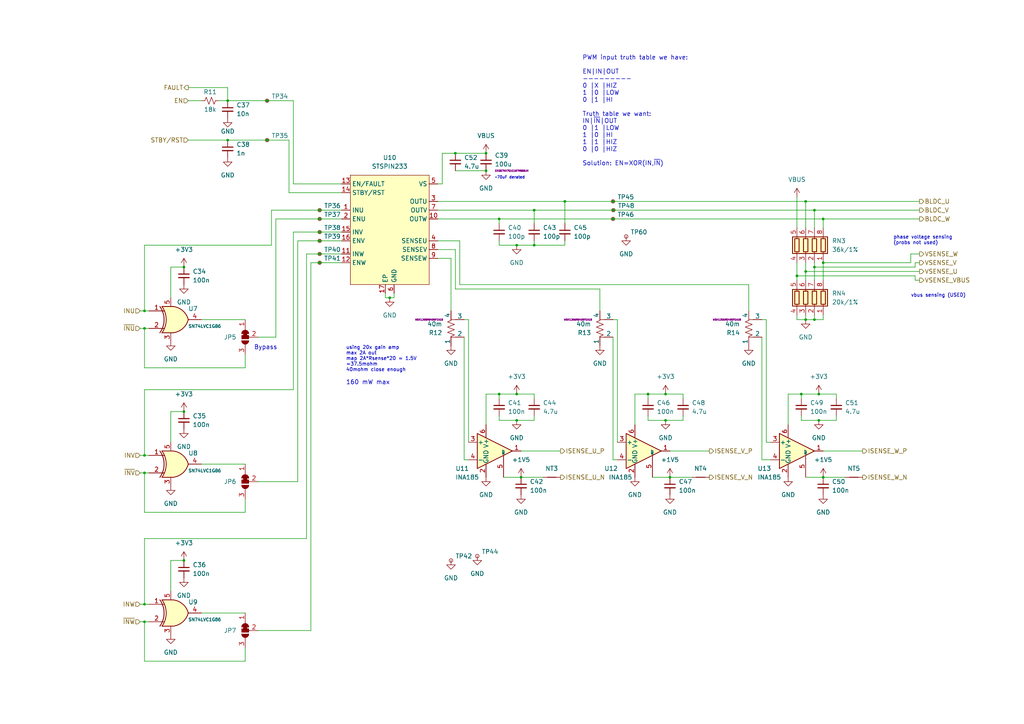
<source format=kicad_sch>
(kicad_sch (version 20220103) (generator eeschema)
  (paper "A4")
  (lib_symbols
    (symbol "Connector:TestPoint_Small" (pin_numbers hide) (pin_names (offset 0.762) hide)
      (property "Reference" "TP" (at 0 3.81 0))
      (property "Value" "TestPoint_Small" (at 0 2.032 0))
      (symbol "TestPoint_Small_0_1"
        (circle (center 0 0) (radius 0.508))
      )
      (symbol "TestPoint_Small_1_1"
        (pin passive line (at 0 0 90) (length 0) (name "1") (number "1"))
      )
    )
    (symbol "Device:C_Small" (pin_numbers hide) (pin_names (offset 0.254) hide)
      (property "Reference" "C" (at 0.254 1.778 0))
      (property "Value" "C_Small" (at 0.254 -2.032 0))
      (symbol "C_Small_0_1"
        (polyline (pts (xy -1.524 -0.508) (xy 1.524 -0.508)) (stroke (width 0.3302)))
        (polyline (pts (xy -1.524 0.508) (xy 1.524 0.508)) (stroke (width 0.3048)))
      )
      (symbol "C_Small_1_1"
        (pin passive line (at 0 2.54 270) (length 2.032) (name "~") (number "1"))
        (pin passive line (at 0 -2.54 90) (length 2.032) (name "~") (number "2"))
      )
    )
    (symbol "Device:NetTie_2" (pin_numbers hide) (pin_names (offset 0) hide)
      (property "Reference" "NT" (at 0 1.27 0))
      (property "Value" "NetTie_2" (at 0 -1.27 0))
      (symbol "NetTie_2_0_1"
        (polyline (pts (xy -1.27 0) (xy 1.27 0)) (stroke (width 0.254)))
      )
      (symbol "NetTie_2_1_1"
        (pin passive line (at -2.54 0 0) (length 2.54) (name "1") (number "1"))
        (pin passive line (at 2.54 0 180) (length 2.54) (name "2") (number "2"))
      )
    )
    (symbol "Device:R_Pack04" (pin_names (offset 0) hide)
      (property "Reference" "RN" (at -7.62 0 90))
      (property "Value" "R_Pack04" (at 5.08 0 90))
      (symbol "R_Pack04_0_1"
        (rectangle (start -6.35 -2.413) (end 3.81 2.413) (stroke (width 0.254)) (fill (type background)))
        (rectangle (start -5.715 1.905) (end -4.445 -1.905) (stroke (width 0.254)))
        (rectangle (start -3.175 1.905) (end -1.905 -1.905) (stroke (width 0.254)))
        (rectangle (start -0.635 1.905) (end 0.635 -1.905) (stroke (width 0.254)))
        (polyline (pts (xy -5.08 -2.54) (xy -5.08 -1.905)))
        (polyline (pts (xy -5.08 1.905) (xy -5.08 2.54)))
        (polyline (pts (xy -2.54 -2.54) (xy -2.54 -1.905)))
        (polyline (pts (xy -2.54 1.905) (xy -2.54 2.54)))
        (polyline (pts (xy 0 -2.54) (xy 0 -1.905)))
        (polyline (pts (xy 0 1.905) (xy 0 2.54)))
        (polyline (pts (xy 2.54 -2.54) (xy 2.54 -1.905)))
        (polyline (pts (xy 2.54 1.905) (xy 2.54 2.54)))
        (rectangle (start 1.905 1.905) (end 3.175 -1.905) (stroke (width 0.254)))
      )
      (symbol "R_Pack04_1_1"
        (pin passive line (at -5.08 -5.08 90) (length 2.54) (name "R1.1") (number "1"))
        (pin passive line (at -2.54 -5.08 90) (length 2.54) (name "R2.1") (number "2"))
        (pin passive line (at 0 -5.08 90) (length 2.54) (name "R3.1") (number "3"))
        (pin passive line (at 2.54 -5.08 90) (length 2.54) (name "R4.1") (number "4"))
        (pin passive line (at 2.54 5.08 270) (length 2.54) (name "R4.2") (number "5"))
        (pin passive line (at 0 5.08 270) (length 2.54) (name "R3.2") (number "6"))
        (pin passive line (at -2.54 5.08 270) (length 2.54) (name "R2.2") (number "7"))
        (pin passive line (at -5.08 5.08 270) (length 2.54) (name "R1.2") (number "8"))
      )
    )
    (symbol "Device:R_Shunt_US" (pin_numbers hide) (pin_names (offset 0))
      (property "Reference" "R" (at -5.08 0 90))
      (property "Value" "R_Shunt_US" (at -3.048 0 90))
      (symbol "R_Shunt_US_1_1"
        (polyline (pts (xy 0 -2.54) (xy 1.27 -2.54)))
        (polyline (pts (xy 0 -2.286) (xy 0 -2.54)))
        (polyline (pts (xy 0 2.286) (xy 0 2.54)))
        (polyline (pts (xy 1.27 2.54) (xy 0 2.54)))
        (polyline (pts (xy 0 -0.762) (xy 1.016 -1.143) (xy 0 -1.524) (xy -1.016 -1.905) (xy 0 -2.286)))
        (polyline (pts (xy 0 0.762) (xy 1.016 0.381) (xy 0 0) (xy -1.016 -0.381) (xy 0 -0.762)))
        (polyline (pts (xy 0 2.286) (xy 1.016 1.905) (xy 0 1.524) (xy -1.016 1.143) (xy 0 0.762)))
        (pin passive line (at 0 5.08 270) (length 2.54) (name "1") (number "1"))
        (pin passive line (at 3.81 2.54 180) (length 2.54) (name "2") (number "2"))
        (pin passive line (at 3.81 -2.54 180) (length 2.54) (name "3") (number "3"))
        (pin passive line (at 0 -5.08 90) (length 2.54) (name "4") (number "4"))
      )
    )
    (symbol "Device:R_Small_US" (pin_numbers hide) (pin_names (offset 0.254) hide)
      (property "Reference" "R" (at 0.762 0.508 0))
      (property "Value" "R_Small_US" (at 0.762 -1.016 0))
      (symbol "R_Small_US_1_1"
        (polyline (pts (xy 0 0) (xy 1.016 -0.381) (xy 0 -0.762) (xy -1.016 -1.143) (xy 0 -1.524)))
        (polyline (pts (xy 0 1.524) (xy 1.016 1.143) (xy 0 0.762) (xy -1.016 0.381) (xy 0 0)))
        (pin passive line (at 0 2.54 270) (length 1.016) (name "~") (number "1"))
        (pin passive line (at 0 -2.54 90) (length 1.016) (name "~") (number "2"))
      )
    )
    (symbol "Jumper:SolderJumper_3_Bridged12" (pin_names (offset 0) hide)
      (property "Reference" "JP" (at -2.54 -2.54 0))
      (property "Value" "SolderJumper_3_Bridged12" (at 0 2.794 0))
      (symbol "SolderJumper_3_Bridged12_0_1"
        (rectangle (start -1.016 0.508) (end -0.508 -0.508) (fill (type outline)))
        (arc (start -1.016 1.016) (mid -2.032 0) (end -1.016 -1.016))
        (arc (start -1.016 1.016) (mid -2.032 0) (end -1.016 -1.016) (fill (type outline)))
        (rectangle (start -0.508 1.016) (end 0.508 -1.016) (fill (type outline)))
        (polyline (pts (xy -2.54 0) (xy -2.032 0)))
        (polyline (pts (xy -1.016 1.016) (xy -1.016 -1.016)))
        (polyline (pts (xy 0 -1.27) (xy 0 -1.016)))
        (polyline (pts (xy 1.016 1.016) (xy 1.016 -1.016)))
        (polyline (pts (xy 2.54 0) (xy 2.032 0)))
        (arc (start 1.016 -1.016) (mid 2.032 0) (end 1.016 1.016))
        (arc (start 1.016 -1.016) (mid 2.032 0) (end 1.016 1.016) (fill (type outline)))
      )
      (symbol "SolderJumper_3_Bridged12_1_1"
        (pin passive line (at -5.08 0 0) (length 2.54) (name "A") (number "1"))
        (pin input line (at 0 -3.81 90) (length 2.54) (name "C") (number "2"))
        (pin passive line (at 5.08 0 180) (length 2.54) (name "B") (number "3"))
      )
    )
    (symbol "power:+1V5" (power) (pin_names (offset 0))
      (property "Value" "+1V5" (at 0 3.556 0))
      (symbol "+1V5_0_1"
        (polyline (pts (xy -0.762 1.27) (xy 0 2.54)))
        (polyline (pts (xy 0 0) (xy 0 2.54)))
        (polyline (pts (xy 0 2.54) (xy 0.762 1.27)))
      )
      (symbol "+1V5_1_1"
        (pin power_in line (at 0 0 90) (length 0) hide (name "+1V5") (number "1"))
      )
    )
    (symbol "power:+3V3" (power) (pin_names (offset 0))
      (property "Value" "+3V3" (at 0 3.556 0))
      (symbol "+3V3_0_1"
        (polyline (pts (xy -0.762 1.27) (xy 0 2.54)))
        (polyline (pts (xy 0 0) (xy 0 2.54)))
        (polyline (pts (xy 0 2.54) (xy 0.762 1.27)))
      )
      (symbol "+3V3_1_1"
        (pin power_in line (at 0 0 90) (length 0) hide (name "+3V3") (number "1"))
      )
    )
    (symbol "power:GND" (power) (pin_names (offset 0))
      (property "Value" "GND" (at 0 -3.81 0))
      (symbol "GND_0_1"
        (polyline (pts (xy 0 0) (xy 0 -1.27) (xy 1.27 -1.27) (xy 0 -2.54) (xy -1.27 -1.27) (xy 0 -1.27)))
      )
      (symbol "GND_1_1"
        (pin power_in line (at 0 0 270) (length 0) hide (name "GND") (number "1"))
      )
    )
    (symbol "power:VBUS" (power) (pin_names (offset 0))
      (property "Value" "VBUS" (at 0 3.81 0))
      (symbol "VBUS_0_1"
        (polyline (pts (xy -0.762 1.27) (xy 0 2.54)))
        (polyline (pts (xy 0 0) (xy 0 2.54)))
        (polyline (pts (xy 0 2.54) (xy 0.762 1.27)))
      )
      (symbol "VBUS_1_1"
        (pin power_in line (at 0 0 90) (length 0) hide (name "VBUS") (number "1"))
      )
    )
    (symbol "project-lib:INA185" (pin_names (offset 0.127))
      (property "Reference" "U" (at 2.54 3.81 0))
      (property "Value" "INA185" (at 3.81 -2.54 0))
      (symbol "INA185_0_1"
        (polyline (pts (xy 5.08 0) (xy -5.08 5.08) (xy -5.08 -5.08) (xy 5.08 0)) (stroke (width 0.254)) (fill (type background)))
      )
      (symbol "INA185_1_1"
        (pin output line (at 7.62 0 180) (length 2.54) (name "~") (number "1"))
        (pin power_in line (at -2.54 -7.62 90) (length 3.81) (name "GND") (number "2"))
        (pin input line (at -7.62 2.54 0) (length 2.54) (name "+") (number "3"))
        (pin input line (at -7.62 -2.54 0) (length 2.54) (name "-") (number "4"))
        (pin input line (at 2.54 -7.62 90) (length 6.35) (name "REF") (number "5"))
        (pin power_in line (at -2.54 7.62 270) (length 3.81) (name "V+") (number "6"))
      )
    )
    (symbol "project-lib:SN74LVC1G86" (pin_names (offset 1.016))
      (property "Reference" "U" (at 5.08 -2.54 0))
      (property "Value" "SN74LVC1G86" (at 8.89 -5.08 0))
      (symbol "SN74LVC1G86_1_0"
        (arc (start -4.4196 -3.81) (mid -3.2033 0) (end -4.4196 3.81) (stroke (width 0.254)))
        (arc (start -3.81 -3.81) (mid -2.589 0) (end -3.81 3.81) (stroke (width 0.254)))
        (arc (start -0.6096 -3.81) (mid 2.1855 -2.584) (end 3.81 0) (stroke (width 0.254)) (fill (type background)))
        (polyline (pts (xy -3.81 -3.81) (xy -0.635 -3.81)) (stroke (width 0.254)) (fill (type background)))
        (polyline (pts (xy -3.81 3.81) (xy -0.635 3.81)) (stroke (width 0.254)) (fill (type background)))
        (polyline (pts (xy -0.635 3.81) (xy -3.81 3.81) (xy -3.81 3.81) (xy -3.556 3.4036) (xy -3.0226 2.2606) (xy -2.6924 1.0414) (xy -2.6162 -0.254) (xy -2.7686 -1.4986) (xy -3.175 -2.7178) (xy -3.81 -3.81) (xy -3.81 -3.81) (xy -0.635 -3.81)) (stroke (width -25.4)) (fill (type background)))
        (arc (start 3.81 0) (mid 2.1928 2.5925) (end -0.6096 3.81) (stroke (width 0.254)) (fill (type background)))
        (pin input line (at -7.62 2.54 0) (length 4.445) (name "~") (number "1"))
        (pin input line (at -7.62 -2.54 0) (length 4.445) (name "~") (number "2"))
        (pin power_in line (at -1.27 -6.35 90) (length 2.54) (name "") (number "3"))
        (pin output line (at 7.62 0 180) (length 3.81) (name "~") (number "4"))
        (pin power_in line (at -1.27 6.35 270) (length 2.54) (name "") (number "5"))
      )
      (symbol "SN74LVC1G86_1_1"
        (polyline (pts (xy -3.81 -2.54) (xy -3.175 -2.54)) (stroke (width 0.1524)))
        (polyline (pts (xy -3.81 2.54) (xy -3.175 2.54)) (stroke (width 0.1524)))
      )
    )
    (symbol "project-lib:STSPIN233"
      (property "Reference" "U" (at 3.81 11.43 0))
      (property "Value" "STSPIN233" (at 3.81 8.89 0))
      (symbol "STSPIN233_0_0"
        (pin power_out line (at 19.05 -5.08 180) (length 2.54) (name "OUTW") (number "10"))
        (pin input line (at -8.89 -15.24 0) (length 2.54) (name "INW") (number "11"))
        (pin input line (at -8.89 -17.78 0) (length 2.54) (name "ENW") (number "12"))
        (pin bidirectional line (at -8.89 5.08 0) (length 2.54) (name "EN/FAULT") (number "13"))
        (pin input line (at -8.89 2.54 0) (length 2.54) (name "STBY/RST") (number "14"))
        (pin input line (at -8.89 -8.89 0) (length 2.54) (name "INV") (number "15"))
        (pin input line (at -8.89 -11.43 0) (length 2.54) (name "ENV") (number "16"))
        (pin power_in line (at 3.81 -26.67 90) (length 2.54) (name "EP") (number "17"))
        (pin input line (at -8.89 -5.08 0) (length 2.54) (name "ENU") (number "2"))
        (pin power_out line (at 19.05 0 180) (length 2.54) (name "OUTU") (number "3"))
        (pin power_out line (at 19.05 -11.43 180) (length 2.54) (name "SENSEU") (number "4"))
        (pin power_in line (at 19.05 5.08 180) (length 2.54) (name "VS") (number "5"))
        (pin power_in line (at 6.35 -26.67 90) (length 2.54) (name "GND") (number "6"))
        (pin power_out line (at 19.05 -2.54 180) (length 2.54) (name "OUTV") (number "7"))
        (pin power_out line (at 19.05 -13.97 180) (length 2.54) (name "SENSEV") (number "8"))
        (pin power_out line (at 19.05 -16.51 180) (length 2.54) (name "SENSEW") (number "9"))
      )
      (symbol "STSPIN233_0_1"
        (rectangle (start -6.35 7.62) (end 16.51 -24.13) (stroke (width 0.1524)) (fill (type background)))
      )
      (symbol "STSPIN233_1_1"
        (pin input line (at -8.89 -2.54 0) (length 2.54) (name "INU") (number "1"))
      )
    )
  )
  (junction (at 92.71 73.66) (diameter 0.6096))
  (junction (at 194.31 138.43) (diameter 0.6096))
  (junction (at 92.71 60.96) (diameter 0.6096))
  (junction (at 154.94 71.12) (diameter 0.6096))
  (junction (at 149.86 121.92) (diameter 0.6096))
  (junction (at 41.91 95.25) (diameter 0.6096))
  (junction (at 92.71 67.31) (diameter 0.6096))
  (junction (at 53.34 119.38) (diameter 0.6096))
  (junction (at 177.8 58.42) (diameter 0.6096))
  (junction (at 77.47 29.21) (diameter 0.6096))
  (junction (at 233.68 78.74) (diameter 0.6096))
  (junction (at 149.86 71.12) (diameter 0.6096))
  (junction (at 132.08 44.45) (diameter 0.6096))
  (junction (at 113.03 86.36) (diameter 0.6096))
  (junction (at 66.04 40.64) (diameter 0.6096))
  (junction (at 238.76 138.43) (diameter 0.6096))
  (junction (at 140.97 49.53) (diameter 0.6096))
  (junction (at 41.91 90.17) (diameter 0.6096))
  (junction (at 187.96 114.3) (diameter 0.6096))
  (junction (at 77.47 40.64) (diameter 0.6096))
  (junction (at 233.68 58.42) (diameter 0.6096))
  (junction (at 41.91 180.34) (diameter 0.6096))
  (junction (at 92.71 69.85) (diameter 0.6096))
  (junction (at 193.04 114.3) (diameter 0.6096))
  (junction (at 177.8 63.5) (diameter 0.6096))
  (junction (at 231.14 80.01) (diameter 0.6096))
  (junction (at 193.04 121.92) (diameter 0.6096))
  (junction (at 237.49 114.3) (diameter 0.6096))
  (junction (at 232.41 114.3) (diameter 0.6096))
  (junction (at 177.9092 60.96) (diameter 0.6096))
  (junction (at 233.68 92.71) (diameter 0.6096))
  (junction (at 53.34 162.56) (diameter 0.6096))
  (junction (at 237.49 121.92) (diameter 0.6096))
  (junction (at 66.04 29.21) (diameter 0.6096))
  (junction (at 53.34 77.47) (diameter 0.6096))
  (junction (at 144.78 114.3) (diameter 0.6096))
  (junction (at 41.91 137.16) (diameter 0.6096))
  (junction (at 140.97 44.45) (diameter 0.6096))
  (junction (at 41.91 132.08) (diameter 0.6096))
  (junction (at 236.22 60.96) (diameter 0.6096))
  (junction (at 151.13 138.43) (diameter 0.6096))
  (junction (at 41.91 175.26) (diameter 0.6096))
  (junction (at 92.71 76.2) (diameter 0.6096))
  (junction (at 149.86 114.3) (diameter 0.6096))
  (junction (at 238.76 76.2) (diameter 0.6096))
  (junction (at 154.94 60.96) (diameter 0.6096))
  (junction (at 236.22 77.47) (diameter 0.6096))
  (junction (at 92.71 63.5) (diameter 0.6096))
  (junction (at 144.78 63.5) (diameter 0.6096))
  (junction (at 163.83 58.42) (diameter 0.6096))
  (junction (at 236.22 92.71) (diameter 0.6096))
  (junction (at 238.76 63.5) (diameter 0.6096))
  (wire (pts (xy 265.43 80.01) (xy 265.43 81.28)))
  (wire (pts (xy 265.43 81.28) (xy 266.7 81.28)))
  (wire (pts (xy 198.12 115.57) (xy 198.12 114.3)))
  (wire (pts (xy 177.8 133.35) (xy 179.07 133.35)))
  (wire (pts (xy 177.8 97.79) (xy 177.8 133.35)))
  (wire (pts (xy 40.64 137.16) (xy 41.91 137.16)))
  (wire (pts (xy 41.91 137.16) (xy 43.18 137.16)))
  (wire (pts (xy 232.41 120.65) (xy 232.41 121.92)))
  (wire (pts (xy 236.22 76.2) (xy 236.22 77.47)))
  (wire (pts (xy 236.22 77.47) (xy 265.43 77.47)))
  (wire (pts (xy 238.76 138.43) (xy 245.11 138.43)))
  (wire (pts (xy 233.68 78.74) (xy 233.68 81.28)))
  (wire (pts (xy 144.78 71.12) (xy 149.86 71.12)))
  (wire (pts (xy 144.78 120.65) (xy 144.78 121.92)))
  (wire (pts (xy 71.12 187.96) (xy 71.12 191.77)))
  (wire (pts (xy 134.62 133.35) (xy 135.89 133.35)))
  (wire (pts (xy 187.96 121.92) (xy 193.04 121.92)))
  (wire (pts (xy 58.42 92.71) (xy 71.12 92.71)))
  (wire (pts (xy 49.53 119.38) (xy 49.53 128.27)))
  (wire (pts (xy 232.41 121.92) (xy 237.49 121.92)))
  (wire (pts (xy 66.04 40.64) (xy 54.61 40.64)))
  (wire (pts (xy 146.05 138.43) (xy 151.13 138.43)))
  (wire (pts (xy 163.83 58.42) (xy 163.83 64.77)))
  (wire (pts (xy 140.97 114.3) (xy 140.97 123.19)))
  (wire (pts (xy 198.12 114.3) (xy 193.04 114.3)))
  (wire (pts (xy 231.14 92.71) (xy 231.14 91.44)))
  (wire (pts (xy 233.68 92.71) (xy 231.14 92.71)))
  (wire (pts (xy 233.68 92.71) (xy 236.22 92.71)))
  (wire (pts (xy 236.22 92.71) (xy 236.22 91.44)))
  (wire (pts (xy 189.23 138.43) (xy 194.31 138.43)))
  (wire (pts (xy 80.01 63.5) (xy 80.01 97.79)))
  (wire (pts (xy 80.01 63.5) (xy 92.71 63.5)))
  (wire (pts (xy 92.71 63.5) (xy 99.06 63.5)))
  (wire (pts (xy 233.68 58.42) (xy 233.68 66.04)))
  (wire (pts (xy 222.25 128.27) (xy 223.52 128.27)))
  (wire (pts (xy 66.04 25.4) (xy 66.04 29.21)))
  (wire (pts (xy 54.61 25.4) (xy 66.04 25.4)))
  (wire (pts (xy 233.68 91.44) (xy 233.68 92.71)))
  (wire (pts (xy 151.13 138.43) (xy 157.48 138.43)))
  (wire (pts (xy 236.22 92.71) (xy 238.76 92.71)))
  (wire (pts (xy 238.76 92.71) (xy 238.76 91.44)))
  (wire (pts (xy 127 69.85) (xy 133.35 69.85)))
  (wire (pts (xy 133.35 69.85) (xy 133.35 82.55)))
  (wire (pts (xy 133.35 82.55) (xy 217.17 82.55)))
  (wire (pts (xy 217.17 82.55) (xy 217.17 90.17)))
  (wire (pts (xy 78.74 60.96) (xy 92.71 60.96)))
  (wire (pts (xy 78.74 71.12) (xy 78.74 60.96)))
  (wire (pts (xy 92.71 60.96) (xy 99.06 60.96)))
  (wire (pts (xy 238.76 76.2) (xy 238.76 81.28)))
  (wire (pts (xy 83.82 55.88) (xy 83.82 40.64)))
  (wire (pts (xy 99.06 55.88) (xy 83.82 55.88)))
  (wire (pts (xy 232.41 114.3) (xy 232.41 115.57)))
  (wire (pts (xy 140.97 114.3) (xy 144.78 114.3)))
  (wire (pts (xy 135.89 92.71) (xy 134.62 92.71)))
  (wire (pts (xy 135.89 128.27) (xy 135.89 92.71)))
  (wire (pts (xy 154.94 115.57) (xy 154.94 114.3)))
  (wire (pts (xy 74.93 182.88) (xy 90.17 182.88)))
  (wire (pts (xy 127 72.39) (xy 132.08 72.39)))
  (wire (pts (xy 132.08 72.39) (xy 132.08 83.82)))
  (wire (pts (xy 132.08 83.82) (xy 173.99 83.82)))
  (wire (pts (xy 173.99 83.82) (xy 173.99 90.17)))
  (wire (pts (xy 127 58.42) (xy 163.83 58.42)))
  (wire (pts (xy 163.83 58.42) (xy 177.8 58.42)))
  (wire (pts (xy 177.8 58.42) (xy 233.68 58.42)))
  (wire (pts (xy 233.68 58.42) (xy 266.7 58.42)))
  (wire (pts (xy 127 74.93) (xy 130.81 74.93)))
  (wire (pts (xy 130.81 74.93) (xy 130.81 90.17)))
  (wire (pts (xy 184.15 114.3) (xy 184.15 123.19)))
  (wire (pts (xy 242.57 121.92) (xy 242.57 120.65)))
  (wire (pts (xy 144.78 63.5) (xy 144.78 64.77)))
  (wire (pts (xy 74.93 139.7) (xy 86.36 139.7)))
  (wire (pts (xy 228.6 114.3) (xy 228.6 123.19)))
  (wire (pts (xy 41.91 113.03) (xy 85.09 113.03)))
  (wire (pts (xy 41.91 132.08) (xy 41.91 113.03)))
  (wire (pts (xy 85.09 67.31) (xy 92.71 67.31)))
  (wire (pts (xy 85.09 113.03) (xy 85.09 67.31)))
  (wire (pts (xy 92.71 67.31) (xy 99.06 67.31)))
  (wire (pts (xy 144.78 114.3) (xy 144.78 115.57)))
  (wire (pts (xy 228.6 114.3) (xy 232.41 114.3)))
  (wire (pts (xy 238.76 130.81) (xy 250.19 130.81)))
  (wire (pts (xy 236.22 77.47) (xy 236.22 81.28)))
  (wire (pts (xy 194.31 130.81) (xy 205.74 130.81)))
  (wire (pts (xy 132.08 44.45) (xy 128.27 44.45)))
  (wire (pts (xy 132.08 44.45) (xy 140.97 44.45)))
  (wire (pts (xy 198.12 121.92) (xy 198.12 120.65)))
  (wire (pts (xy 127 63.5) (xy 144.78 63.5)))
  (wire (pts (xy 144.78 63.5) (xy 177.8 63.5)))
  (wire (pts (xy 177.8 63.5) (xy 238.76 63.5)))
  (wire (pts (xy 238.76 63.5) (xy 266.7 63.5)))
  (wire (pts (xy 49.53 162.56) (xy 49.53 171.45)))
  (wire (pts (xy 194.31 138.43) (xy 200.66 138.43)))
  (wire (pts (xy 128.27 44.45) (xy 128.27 53.34)))
  (wire (pts (xy 154.94 121.92) (xy 154.94 120.65)))
  (wire (pts (xy 184.15 114.3) (xy 187.96 114.3)))
  (wire (pts (xy 238.76 63.5) (xy 238.76 66.04)))
  (wire (pts (xy 236.22 60.96) (xy 236.22 66.04)))
  (wire (pts (xy 220.98 97.79) (xy 220.98 133.35)))
  (wire (pts (xy 220.98 133.35) (xy 223.52 133.35)))
  (wire (pts (xy 231.14 76.2) (xy 231.14 80.01)))
  (wire (pts (xy 231.14 80.01) (xy 265.43 80.01)))
  (wire (pts (xy 127 60.96) (xy 154.94 60.96)))
  (wire (pts (xy 154.94 60.96) (xy 177.9092 60.96)))
  (wire (pts (xy 177.9092 60.96) (xy 236.22 60.96)))
  (wire (pts (xy 236.22 60.96) (xy 266.7 60.96)))
  (wire (pts (xy 74.93 97.79) (xy 80.01 97.79)))
  (wire (pts (xy 163.83 69.85) (xy 163.83 71.12)))
  (wire (pts (xy 163.83 71.12) (xy 154.94 71.12)))
  (wire (pts (xy 54.61 29.21) (xy 58.42 29.21)))
  (wire (pts (xy 222.25 92.71) (xy 220.98 92.71)))
  (wire (pts (xy 222.25 128.27) (xy 222.25 92.71)))
  (wire (pts (xy 63.5 29.21) (xy 66.04 29.21)))
  (wire (pts (xy 237.49 114.3) (xy 232.41 114.3)))
  (wire (pts (xy 231.14 57.15) (xy 231.14 66.04)))
  (wire (pts (xy 41.91 71.12) (xy 78.74 71.12)))
  (wire (pts (xy 41.91 90.17) (xy 41.91 71.12)))
  (wire (pts (xy 40.64 175.26) (xy 41.91 175.26)))
  (wire (pts (xy 41.91 175.26) (xy 43.18 175.26)))
  (wire (pts (xy 132.08 49.53) (xy 140.97 49.53)))
  (wire (pts (xy 41.91 95.25) (xy 41.91 106.68)))
  (wire (pts (xy 41.91 106.68) (xy 71.12 106.68)))
  (wire (pts (xy 71.12 106.68) (xy 71.12 102.87)))
  (wire (pts (xy 179.07 92.71) (xy 177.8 92.71)))
  (wire (pts (xy 179.07 128.27) (xy 179.07 92.71)))
  (wire (pts (xy 53.34 119.38) (xy 49.53 119.38)))
  (wire (pts (xy 58.42 177.8) (xy 71.12 177.8)))
  (wire (pts (xy 193.04 121.92) (xy 198.12 121.92)))
  (wire (pts (xy 134.62 97.79) (xy 134.62 133.35)))
  (wire (pts (xy 233.68 138.43) (xy 238.76 138.43)))
  (wire (pts (xy 237.49 121.92) (xy 242.57 121.92)))
  (wire (pts (xy 187.96 114.3) (xy 187.96 115.57)))
  (wire (pts (xy 154.94 114.3) (xy 149.86 114.3)))
  (wire (pts (xy 233.68 76.2) (xy 233.68 78.74)))
  (wire (pts (xy 233.68 78.74) (xy 266.7 78.74)))
  (wire (pts (xy 41.91 137.16) (xy 41.91 148.59)))
  (wire (pts (xy 41.91 148.59) (xy 71.12 148.59)))
  (wire (pts (xy 71.12 148.59) (xy 71.12 144.78)))
  (wire (pts (xy 242.57 114.3) (xy 237.49 114.3)))
  (wire (pts (xy 41.91 156.21) (xy 88.9 156.21)))
  (wire (pts (xy 41.91 175.26) (xy 41.91 156.21)))
  (wire (pts (xy 88.9 73.66) (xy 92.71 73.66)))
  (wire (pts (xy 88.9 156.21) (xy 88.9 73.66)))
  (wire (pts (xy 92.71 73.66) (xy 99.06 73.66)))
  (wire (pts (xy 77.47 29.21) (xy 66.04 29.21)))
  (wire (pts (xy 85.09 29.21) (xy 77.47 29.21)))
  (wire (pts (xy 85.09 53.34) (xy 85.09 29.21)))
  (wire (pts (xy 99.06 53.34) (xy 85.09 53.34)))
  (wire (pts (xy 265.43 76.2) (xy 266.7 76.2)))
  (wire (pts (xy 265.43 77.47) (xy 265.43 76.2)))
  (wire (pts (xy 49.53 77.47) (xy 49.53 86.36)))
  (wire (pts (xy 53.34 77.47) (xy 49.53 77.47)))
  (wire (pts (xy 144.78 69.85) (xy 144.78 71.12)))
  (wire (pts (xy 151.13 130.81) (xy 162.56 130.81)))
  (wire (pts (xy 41.91 180.34) (xy 41.91 191.77)))
  (wire (pts (xy 41.91 191.77) (xy 71.12 191.77)))
  (wire (pts (xy 113.03 86.36) (xy 114.3 86.36)))
  (wire (pts (xy 114.3 86.36) (xy 114.3 85.09)))
  (wire (pts (xy 127 53.34) (xy 128.27 53.34)))
  (wire (pts (xy 58.42 134.62) (xy 71.12 134.62)))
  (wire (pts (xy 86.36 69.85) (xy 86.36 139.7)))
  (wire (pts (xy 86.36 69.85) (xy 92.71 69.85)))
  (wire (pts (xy 92.71 69.85) (xy 99.06 69.85)))
  (wire (pts (xy 40.64 180.34) (xy 41.91 180.34)))
  (wire (pts (xy 41.91 180.34) (xy 43.18 180.34)))
  (wire (pts (xy 90.17 76.2) (xy 90.17 182.88)))
  (wire (pts (xy 90.17 76.2) (xy 92.71 76.2)))
  (wire (pts (xy 92.71 76.2) (xy 99.06 76.2)))
  (wire (pts (xy 111.76 86.36) (xy 111.76 85.09)))
  (wire (pts (xy 113.03 86.36) (xy 111.76 86.36)))
  (wire (pts (xy 149.86 114.3) (xy 144.78 114.3)))
  (wire (pts (xy 193.04 114.3) (xy 187.96 114.3)))
  (wire (pts (xy 154.94 71.12) (xy 154.94 69.85)))
  (wire (pts (xy 238.76 76.2) (xy 264.16 76.2)))
  (wire (pts (xy 264.16 73.66) (xy 266.7 73.66)))
  (wire (pts (xy 264.16 76.2) (xy 264.16 73.66)))
  (wire (pts (xy 231.14 80.01) (xy 231.14 81.28)))
  (wire (pts (xy 149.86 121.92) (xy 154.94 121.92)))
  (wire (pts (xy 53.34 162.56) (xy 49.53 162.56)))
  (wire (pts (xy 144.78 121.92) (xy 149.86 121.92)))
  (wire (pts (xy 40.64 95.25) (xy 41.91 95.25)))
  (wire (pts (xy 41.91 95.25) (xy 43.18 95.25)))
  (wire (pts (xy 40.64 132.08) (xy 41.91 132.08)))
  (wire (pts (xy 41.91 132.08) (xy 43.18 132.08)))
  (wire (pts (xy 149.86 71.12) (xy 154.94 71.12)))
  (wire (pts (xy 66.04 40.64) (xy 77.47 40.64)))
  (wire (pts (xy 77.47 40.64) (xy 83.82 40.64)))
  (wire (pts (xy 154.94 60.96) (xy 154.94 64.77)))
  (wire (pts (xy 187.96 120.65) (xy 187.96 121.92)))
  (wire (pts (xy 40.64 90.17) (xy 41.91 90.17)))
  (wire (pts (xy 41.91 90.17) (xy 43.18 90.17)))
  (wire (pts (xy 242.57 115.57) (xy 242.57 114.3)))
  (text "~70uF derated" (at 143.51 52.07 0) (effects (font (size 0.8 0.8)) (justify left bottom)))
  (text "using 20x gain amp\nmax 2A out\nmap 2A*Rsense*20 = 1.5V\n=37.5mohm\n40mohm close enough" (at 100.33 107.95 0) (effects (font (size 1 1)) (justify left bottom)))
  (text "phase voltage sensing\n(probs not used)" (at 259.08 71.12 0) (effects (font (size 1 1)) (justify left bottom)))
  (text "vbus sensing (USED)" (at 264.16 86.36 0) (effects (font (size 1 1)) (justify left bottom)))
  (text "PWM input truth table we have:\n\nEN|IN|OUT\n---------\n0 |X |HIZ\n1 |0 |LOW\n0 |1 |HI\n\nTruth table we want:\nIN|~{IN}|OUT\n0 |1 |LOW\n1 |0 |HI\n1 |1 |HIZ\n0 |0 |HIZ\n\nSolution: EN=XOR(IN,~{IN})" (at 168.91 48.26 0) (effects (font (size 1.27 1.27)) (justify left bottom)))
  (text "160 mW max" (at 100.33 111.76 0) (effects (font (size 1.27 1.27)) (justify left bottom)))
  (text "Bypass" (at 73.66 101.6 0) (effects (font (size 1.27 1.27)) (justify left bottom)))
  (hierarchical_label "VSENSE_W" (shape output) (at 266.7 73.66 0))
  (hierarchical_label "~{INV}" (shape input) (at 40.64 137.16 180))
  (hierarchical_label "BLDC_V" (shape output) (at 266.7 60.96 0))
  (hierarchical_label "INW" (shape input) (at 40.64 175.26 180))
  (hierarchical_label "VSENSE_V" (shape output) (at 266.7 76.2 0))
  (hierarchical_label "EN" (shape input) (at 54.61 29.21 180))
  (hierarchical_label "VSENSE_VBUS" (shape output) (at 266.7 81.28 0))
  (hierarchical_label "ISENSE_V_N" (shape output) (at 205.74 138.43 0))
  (hierarchical_label "ISENSE_U_P" (shape output) (at 162.56 130.81 0))
  (hierarchical_label "ISENSE_W_N" (shape output) (at 250.19 138.43 0))
  (hierarchical_label "ISENSE_W_P" (shape output) (at 250.19 130.81 0))
  (hierarchical_label "VSENSE_U" (shape output) (at 266.7 78.74 0))
  (hierarchical_label "~{INW}" (shape input) (at 40.64 180.34 180))
  (hierarchical_label "INV" (shape input) (at 40.64 132.08 180))
  (hierarchical_label "BLDC_W" (shape output) (at 266.7 63.5 0))
  (hierarchical_label "~{INU}" (shape input) (at 40.64 95.25 180))
  (hierarchical_label "ISENSE_V_P" (shape output) (at 205.74 130.81 0))
  (hierarchical_label "FAULT" (shape output) (at 54.61 25.4 180))
  (hierarchical_label "ISENSE_U_N" (shape output) (at 162.56 138.43 0))
  (hierarchical_label "BLDC_U" (shape output) (at 266.7 58.42 0))
  (hierarchical_label "STBY{slash}RST" (shape input) (at 54.61 40.64 180))
  (hierarchical_label "INU" (shape input) (at 40.64 90.17 180))
  (symbol (lib_id "Connector:TestPoint_Small") (at 92.71 67.31 0) (unit 1)
    (property "Reference" "TP38" (at 93.98 66.0399 0) (effects (justify left)))
    (property "Value" "TestPoint" (effects hide))
    (property "Footprint" "project:TestPoint_Keystone_5019_Minature-3DMODEL" (effects hide))
  )
  (symbol (lib_id "Jumper:SolderJumper_3_Bridged12") (at 71.12 182.88 90) (mirror x) (unit 1)
    (property "Reference" "JP7" (at 68.58 182.8799 90) (effects (justify left)))
    (property "Value" "SolderJumper_3_Bridged12" (effects hide))
    (property "Footprint" "Jumper:SolderJumper-3_P1.3mm_Bridged12_Pad1.0x1.5mm" (effects hide))
  )
  (symbol (lib_id "Device:C_Small") (at 66.04 43.18 0) (unit 1)
    (property "Reference" "C38" (at 68.58 41.9099 0) (effects (justify left)))
    (property "Value" "1n" (at 68.58 44.4499 0) (effects (justify left)))
    (property "Footprint" "Capacitor_SMD:C_0603_1608Metric" (effects hide))
  )
  (symbol (lib_id "Jumper:SolderJumper_3_Bridged12") (at 71.12 97.79 90) (mirror x) (unit 1)
    (property "Reference" "JP5" (at 68.58 97.7899 90) (effects (justify left)))
    (property "Value" "SolderJumper_3_Bridged12" (effects hide))
    (property "Footprint" "Jumper:SolderJumper-3_P1.3mm_Bridged12_Pad1.0x1.5mm" (effects hide))
  )
  (symbol (lib_id "power:GND") (at 49.53 99.06 0) (unit 1)
    (property "Reference" "#PWR0167" (effects hide))
    (property "Value" "GND" (at 49.53 104.14 0))
  )
  (symbol (lib_id "power:GND") (at 140.97 138.43 0) (unit 1)
    (property "Reference" "#PWR0174" (effects hide))
    (property "Value" "GND" (at 140.97 143.51 0))
  )
  (symbol (lib_id "power:+3V3") (at 53.34 119.38 0) (unit 1)
    (property "Reference" "#PWR0164" (effects hide))
    (property "Value" "+3V3" (at 53.34 114.3 0))
  )
  (symbol (lib_id "project-lib:INA185") (at 143.51 130.81 0) (unit 1)
    (property "Reference" "U11" (at 132.08 135.8899 0) (effects (justify left)))
    (property "Value" "INA185" (at 132.08 138.4299 0) (effects (justify left)))
    (property "Footprint" "Package_TO_SOT_SMD:SOT-563" (effects hide))
  )
  (symbol (lib_id "Connector:TestPoint_Small") (at 92.71 76.2 0) (unit 1)
    (property "Reference" "TP41" (at 93.98 74.9299 0) (effects (justify left)))
    (property "Value" "TestPoint" (effects hide))
    (property "Footprint" "project:TestPoint_Keystone_5019_Minature-3DMODEL" (effects hide))
  )
  (symbol (lib_id "power:GND") (at 228.6 138.43 0) (unit 1)
    (property "Reference" "#PWR0185" (effects hide))
    (property "Value" "GND" (at 228.6 143.51 0))
  )
  (symbol (lib_id "Connector:TestPoint_Small") (at 181.61 68.58 0) (unit 1)
    (property "Reference" "TP60" (at 182.88 67.3099 0) (effects (justify left)))
    (property "Value" "TestPoint" (effects hide))
    (property "Footprint" "project:TestPoint_Keystone_5019_Minature-3DMODEL" (effects hide))
  )
  (symbol (lib_id "power:+3V3") (at 149.86 114.3 0) (unit 1)
    (property "Reference" "#PWR0172" (effects hide))
    (property "Value" "+3V3" (at 149.86 109.22 0))
  )
  (symbol (lib_id "power:GND") (at 184.15 138.43 0) (unit 1)
    (property "Reference" "#PWR0181" (effects hide))
    (property "Value" "GND" (at 184.15 143.51 0))
  )
  (symbol (lib_id "Device:C_Small") (at 144.78 67.31 0) (unit 1)
    (property "Reference" "C40" (at 147.32 66.0399 0) (effects (justify left)))
    (property "Value" "100p" (at 147.32 68.5799 0) (effects (justify left)))
    (property "Footprint" "Capacitor_SMD:C_0603_1608Metric" (effects hide))
  )
  (symbol (lib_id "Device:R_Shunt_US") (at 130.81 95.25 0) (mirror x) (unit 1)
    (property "Reference" "R12" (at 128.27 96.5201 0) (effects (justify right)))
    (property "Value" "40m" (at 128.27 93.9801 0) (effects (justify right)))
    (property "Footprint" "project:WSK1206" (effects hide))
    (property "P/N" "WSK1206R0400FEA18" (at 124.46 92.71 0) (effects (font (size 0.5 0.5))))
  )
  (symbol (lib_id "power:GND") (at 49.53 140.97 0) (unit 1)
    (property "Reference" "#PWR0160" (effects hide))
    (property "Value" "GND" (at 49.53 146.05 0))
  )
  (symbol (lib_id "Device:R_Shunt_US") (at 173.99 95.25 0) (mirror x) (unit 1)
    (property "Reference" "R13" (at 171.45 96.5201 0) (effects (justify right)))
    (property "Value" "40m" (at 171.45 93.9801 0) (effects (justify right)))
    (property "Footprint" "project:WSK1206" (effects hide))
    (property "P/N" "WSK1206R0400FEA18" (at 167.64 92.71 0) (effects (font (size 0.5 0.5))))
  )
  (symbol (lib_id "Device:C_Small") (at 151.13 140.97 0) (unit 1)
    (property "Reference" "C42" (at 153.67 139.6999 0) (effects (justify left)))
    (property "Value" "100n" (at 153.67 142.2399 0) (effects (justify left)))
    (property "Footprint" "Capacitor_SMD:C_0603_1608Metric" (effects hide))
  )
  (symbol (lib_id "power:GND") (at 66.04 34.29 0) (unit 1)
    (property "Reference" "#PWR0162" (effects hide))
    (property "Value" "GND" (at 66.04 38.1 0))
  )
  (symbol (lib_id "project-lib:SN74LVC1G86") (at 50.8 134.62 0) (unit 1)
    (property "Reference" "U8" (at 54.61 131.4449 0) (effects (justify left)))
    (property "Value" "SN74LVC1G86" (at 54.61 136.525 0) (effects (font (size 0.9 0.9)) (justify left)))
    (property "Footprint" "Package_TO_SOT_SMD:SOT-553" (effects hide))
  )
  (symbol (lib_id "power:+3V3") (at 53.34 77.47 0) (unit 1)
    (property "Reference" "#PWR0166" (effects hide))
    (property "Value" "+3V3" (at 53.34 72.39 0))
  )
  (symbol (lib_id "Device:C_Small") (at 232.41 118.11 0) (unit 1)
    (property "Reference" "C49" (at 234.95 116.8399 0) (effects (justify left)))
    (property "Value" "100n" (at 234.95 119.3799 0) (effects (justify left)))
    (property "Footprint" "Capacitor_SMD:C_0603_1608Metric" (effects hide))
  )
  (symbol (lib_id "project-lib:INA185") (at 186.69 130.81 0) (unit 1)
    (property "Reference" "U12" (at 175.26 135.8899 0) (effects (justify left)))
    (property "Value" "INA185" (at 176.53 138.4299 0) (effects (justify left)))
    (property "Footprint" "Package_TO_SOT_SMD:SOT-563" (effects hide))
  )
  (symbol (lib_id "power:+3V3") (at 53.34 162.56 0) (unit 1)
    (property "Reference" "#PWR0156" (effects hide))
    (property "Value" "+3V3" (at 53.34 157.48 0))
  )
  (symbol (lib_id "Device:NetTie_2") (at 203.2 138.43 0) (unit 1)
    (property "Reference" "NT4" (at 203.2 135.89 0))
    (property "Value" "NetTie_2" (effects hide))
    (property "Footprint" "NetTie:NetTie-2_SMD_Pad0.5mm" (effects hide))
  )
  (symbol (lib_id "Device:C_Small") (at 194.31 140.97 0) (unit 1)
    (property "Reference" "C47" (at 196.85 139.6999 0) (effects (justify left)))
    (property "Value" "100n" (at 196.85 142.2399 0) (effects (justify left)))
    (property "Footprint" "Capacitor_SMD:C_0603_1608Metric" (effects hide))
  )
  (symbol (lib_id "power:GND") (at 149.86 121.92 0) (unit 1)
    (property "Reference" "#PWR0176" (effects hide))
    (property "Value" "GND" (at 149.86 127 0))
  )
  (symbol (lib_id "project-lib:SN74LVC1G86") (at 50.8 177.8 0) (unit 1)
    (property "Reference" "U9" (at 54.61 174.6249 0) (effects (justify left)))
    (property "Value" "SN74LVC1G86" (at 54.61 179.705 0) (effects (font (size 0.9 0.9)) (justify left)))
    (property "Footprint" "Package_TO_SOT_SMD:SOT-553" (effects hide))
  )
  (symbol (lib_id "Device:R_Small_US") (at 60.96 29.21 90) (unit 1)
    (property "Reference" "R11" (at 60.96 26.67 90))
    (property "Value" "18k" (at 60.96 31.75 90))
    (property "Footprint" "Resistor_SMD:R_0603_1608Metric" (effects hide))
  )
  (symbol (lib_id "Device:C_Small") (at 66.04 31.75 0) (unit 1)
    (property "Reference" "C37" (at 68.58 30.4799 0) (effects (justify left)))
    (property "Value" "10n" (at 68.58 33.0199 0) (effects (justify left)))
    (property "Footprint" "Capacitor_SMD:C_0603_1608Metric" (effects hide))
  )
  (symbol (lib_id "Device:C_Small") (at 53.34 80.01 0) (unit 1)
    (property "Reference" "C34" (at 55.88 78.7399 0) (effects (justify left)))
    (property "Value" "100n" (at 55.88 81.2799 0) (effects (justify left)))
    (property "Footprint" "Capacitor_SMD:C_0603_1608Metric" (effects hide))
  )
  (symbol (lib_id "power:GND") (at 149.86 71.12 0) (unit 1)
    (property "Reference" "#PWR0171" (effects hide))
    (property "Value" "GND" (at 149.86 76.2 0))
  )
  (symbol (lib_id "power:GND") (at 140.97 49.53 0) (unit 1)
    (property "Reference" "#PWR0168" (effects hide))
    (property "Value" "GND" (at 140.97 54.61 0))
  )
  (symbol (lib_id "project-lib:STSPIN233") (at 107.95 58.42 0) (unit 1)
    (property "Reference" "U10" (at 113.03 45.72 0))
    (property "Value" "STSPIN233" (at 113.03 48.26 0))
    (property "Footprint" "Package_DFN_QFN:VQFN-16-1EP_3x3mm_P0.5mm_EP1.8x1.8mm" (effects hide))
  )
  (symbol (lib_id "power:+1V5") (at 194.31 138.43 0) (unit 1)
    (property "Reference" "#PWR0182" (effects hide))
    (property "Value" "+1V5" (at 194.31 133.35 0))
  )
  (symbol (lib_id "power:GND") (at 194.31 143.51 0) (unit 1)
    (property "Reference" "#PWR0180" (effects hide))
    (property "Value" "GND" (at 194.31 148.59 0))
  )
  (symbol (lib_id "project-lib:INA185") (at 231.14 130.81 0) (unit 1)
    (property "Reference" "U13" (at 219.71 135.8899 0) (effects (justify left)))
    (property "Value" "INA185" (at 219.71 138.4299 0) (effects (justify left)))
    (property "Footprint" "Package_TO_SOT_SMD:SOT-563" (effects hide))
  )
  (symbol (lib_id "power:GND") (at 66.04 45.72 0) (unit 1)
    (property "Reference" "#PWR0163" (effects hide))
    (property "Value" "GND" (at 66.04 50.8 0))
  )
  (symbol (lib_id "Jumper:SolderJumper_3_Bridged12") (at 71.12 139.7 90) (mirror x) (unit 1)
    (property "Reference" "JP6" (at 68.58 139.6999 90) (effects (justify left)))
    (property "Value" "SolderJumper_3_Bridged12" (effects hide))
    (property "Footprint" "Jumper:SolderJumper-3_P1.3mm_Bridged12_Pad1.0x1.5mm" (effects hide))
  )
  (symbol (lib_id "power:GND") (at 193.04 121.92 0) (unit 1)
    (property "Reference" "#PWR0178" (effects hide))
    (property "Value" "GND" (at 193.04 127 0))
  )
  (symbol (lib_id "power:GND") (at 53.34 124.46 0) (unit 1)
    (property "Reference" "#PWR0157" (effects hide))
    (property "Value" "GND" (at 53.34 129.54 0))
  )
  (symbol (lib_id "Device:R_Pack04") (at 233.68 86.36 0) (mirror y) (unit 1)
    (property "Reference" "RN4" (at 241.3 85.0899 0) (effects (justify right)))
    (property "Value" "20k/1%" (at 241.3 87.6299 0) (effects (justify right)))
    (property "Footprint" "Resistor_SMD:R_Array_Convex_4x0603" (effects hide))
  )
  (symbol (lib_id "Device:C_Small") (at 144.78 118.11 0) (unit 1)
    (property "Reference" "C41" (at 147.32 116.8399 0) (effects (justify left)))
    (property "Value" "100n" (at 147.32 119.3799 0) (effects (justify left)))
    (property "Footprint" "Capacitor_SMD:C_0603_1608Metric" (effects hide))
  )
  (symbol (lib_id "power:GND") (at 238.76 143.51 0) (unit 1)
    (property "Reference" "#PWR0186" (effects hide))
    (property "Value" "GND" (at 238.76 148.59 0))
  )
  (symbol (lib_id "Connector:TestPoint_Small") (at 177.8 63.5 0) (unit 1)
    (property "Reference" "TP46" (at 179.07 62.2299 0) (effects (justify left)))
    (property "Value" "TestPoint" (effects hide))
    (property "Footprint" "project:TestPoint_Keystone_5019_Minature-3DMODEL" (effects hide))
  )
  (symbol (lib_id "Connector:TestPoint_Small") (at 77.47 29.21 0) (unit 1)
    (property "Reference" "TP34" (at 78.74 27.9399 0) (effects (justify left)))
    (property "Value" "TestPoint" (effects hide))
    (property "Footprint" "project:TestPoint_Keystone_5019_Minature-3DMODEL" (effects hide))
  )
  (symbol (lib_id "power:GND") (at 53.34 82.55 0) (unit 1)
    (property "Reference" "#PWR0165" (effects hide))
    (property "Value" "GND" (at 53.34 87.63 0))
  )
  (symbol (lib_id "Device:C_Small") (at 154.94 67.31 0) (unit 1)
    (property "Reference" "C43" (at 157.48 66.0399 0) (effects (justify left)))
    (property "Value" "100p" (at 157.48 68.5799 0) (effects (justify left)))
    (property "Footprint" "Capacitor_SMD:C_0603_1608Metric" (effects hide))
  )
  (symbol (lib_id "Connector:TestPoint_Small") (at 177.8 58.42 0) (unit 1)
    (property "Reference" "TP45" (at 179.07 57.1499 0) (effects (justify left)))
    (property "Value" "TestPoint" (effects hide))
    (property "Footprint" "project:TestPoint_Keystone_5019_Minature-3DMODEL" (effects hide))
  )
  (symbol (lib_id "Connector:TestPoint_Small") (at 92.71 69.85 0) (unit 1)
    (property "Reference" "TP39" (at 93.98 68.5799 0) (effects (justify left)))
    (property "Value" "TestPoint" (effects hide))
    (property "Footprint" "project:TestPoint_Keystone_5019_Minature-3DMODEL" (effects hide))
  )
  (symbol (lib_id "Device:C_Small") (at 238.76 140.97 0) (unit 1)
    (property "Reference" "C50" (at 241.3 139.6999 0) (effects (justify left)))
    (property "Value" "100n" (at 241.3 142.2399 0) (effects (justify left)))
    (property "Footprint" "Capacitor_SMD:C_0603_1608Metric" (effects hide))
  )
  (symbol (lib_id "Device:C_Small") (at 154.94 118.11 0) (unit 1)
    (property "Reference" "C44" (at 157.48 116.8399 0) (effects (justify left)))
    (property "Value" "4.7u" (at 157.48 119.3799 0) (effects (justify left)))
    (property "Footprint" "Capacitor_SMD:C_0603_1608Metric" (effects hide))
  )
  (symbol (lib_id "Device:C_Small") (at 163.83 67.31 0) (unit 1)
    (property "Reference" "C45" (at 166.37 66.0399 0) (effects (justify left)))
    (property "Value" "100p" (at 166.37 68.5799 0) (effects (justify left)))
    (property "Footprint" "Capacitor_SMD:C_0603_1608Metric" (effects hide))
  )
  (symbol (lib_id "power:VBUS") (at 231.14 57.15 0) (unit 1)
    (property "Reference" "#PWR0188" (effects hide))
    (property "Value" "VBUS" (at 231.14 52.07 0))
  )
  (symbol (lib_id "power:GND") (at 130.81 162.56 0) (unit 1)
    (property "Reference" "#PWR0200" (effects hide))
    (property "Value" "GND" (at 130.81 167.64 0))
  )
  (symbol (lib_id "project-lib:SN74LVC1G86") (at 50.8 92.71 0) (unit 1)
    (property "Reference" "U7" (at 54.61 89.5349 0) (effects (justify left)))
    (property "Value" "SN74LVC1G86" (at 54.61 94.615 0) (effects (font (size 0.9 0.9)) (justify left)))
    (property "Footprint" "Package_TO_SOT_SMD:SOT-553" (effects hide))
  )
  (symbol (lib_id "Connector:TestPoint_Small") (at 130.81 162.56 0) (unit 1)
    (property "Reference" "TP42" (at 132.08 161.2899 0) (effects (justify left)))
    (property "Value" "TestPoint" (effects hide))
    (property "Footprint" "project:TestPoint_Keystone_5019_Minature-3DMODEL" (effects hide))
  )
  (symbol (lib_id "power:GND") (at 151.13 143.51 0) (unit 1)
    (property "Reference" "#PWR0173" (effects hide))
    (property "Value" "GND" (at 151.13 148.59 0))
  )
  (symbol (lib_id "Connector:TestPoint_Small") (at 138.43 161.29 0) (unit 1)
    (property "Reference" "TP44" (at 139.7 160.0199 0) (effects (justify left)))
    (property "Value" "TestPoint" (effects hide))
    (property "Footprint" "project:TestPoint_Keystone_5019_Minature-3DMODEL" (effects hide))
  )
  (symbol (lib_id "power:GND") (at 138.43 161.29 0) (unit 1)
    (property "Reference" "#PWR0251" (effects hide))
    (property "Value" "GND" (at 138.43 166.37 0))
  )
  (symbol (lib_id "Device:NetTie_2") (at 160.02 138.43 0) (unit 1)
    (property "Reference" "NT3" (at 160.02 135.89 0))
    (property "Value" "NetTie_2" (effects hide))
    (property "Footprint" "NetTie:NetTie-2_SMD_Pad0.5mm" (effects hide))
  )
  (symbol (lib_id "Device:C_Small") (at 187.96 118.11 0) (unit 1)
    (property "Reference" "C46" (at 190.5 116.8399 0) (effects (justify left)))
    (property "Value" "100n" (at 190.5 119.3799 0) (effects (justify left)))
    (property "Footprint" "Capacitor_SMD:C_0603_1608Metric" (effects hide))
  )
  (symbol (lib_id "Connector:TestPoint_Small") (at 92.71 73.66 0) (unit 1)
    (property "Reference" "TP40" (at 93.98 72.3899 0) (effects (justify left)))
    (property "Value" "TestPoint" (effects hide))
    (property "Footprint" "project:TestPoint_Keystone_5019_Minature-3DMODEL" (effects hide))
  )
  (symbol (lib_id "Device:C_Small") (at 242.57 118.11 0) (unit 1)
    (property "Reference" "C51" (at 245.11 116.8399 0) (effects (justify left)))
    (property "Value" "4.7u" (at 245.11 119.3799 0) (effects (justify left)))
    (property "Footprint" "Capacitor_SMD:C_0603_1608Metric" (effects hide))
  )
  (symbol (lib_id "Connector:TestPoint_Small") (at 177.9092 60.96 0) (unit 1)
    (property "Reference" "TP48" (at 179.1792 59.6899 0) (effects (justify left)))
    (property "Value" "TestPoint" (effects hide))
    (property "Footprint" "project:TestPoint_Keystone_5019_Minature-3DMODEL" (effects hide))
  )
  (symbol (lib_id "Device:C_Small") (at 198.12 118.11 0) (unit 1)
    (property "Reference" "C48" (at 200.66 116.8399 0) (effects (justify left)))
    (property "Value" "4.7u" (at 200.66 119.3799 0) (effects (justify left)))
    (property "Footprint" "Capacitor_SMD:C_0603_1608Metric" (effects hide))
  )
  (symbol (lib_id "power:GND") (at 173.99 100.33 0) (unit 1)
    (property "Reference" "#PWR0189" (effects hide))
    (property "Value" "GND" (at 173.99 105.41 0))
  )
  (symbol (lib_id "power:VBUS") (at 140.97 44.45 0) (unit 1)
    (property "Reference" "#PWR0161" (effects hide))
    (property "Value" "VBUS" (at 140.97 39.37 0))
  )
  (symbol (lib_id "power:+3V3") (at 193.04 114.3 0) (unit 1)
    (property "Reference" "#PWR0177" (effects hide))
    (property "Value" "+3V3" (at 193.04 109.22 0))
  )
  (symbol (lib_id "Device:C_Small") (at 140.97 46.99 0) (unit 1)
    (property "Reference" "C39" (at 143.51 45.0849 0) (effects (justify left)))
    (property "Value" "100u" (at 143.51 47.6249 0) (effects (justify left)))
    (property "Footprint" "project:CKG57N" (effects hide))
    (property "P/N" "CKG57NX7S1C107M500JH" (at 143.51 49.53 0) (effects (font (size 0.5 0.5)) (justify left)))
  )
  (symbol (lib_id "power:GND") (at 181.61 68.58 0) (unit 1)
    (property "Reference" "#PWR0196" (effects hide))
    (property "Value" "GND" (at 181.61 73.66 0))
  )
  (symbol (lib_id "power:+3V3") (at 237.49 114.3 0) (unit 1)
    (property "Reference" "#PWR0184" (effects hide))
    (property "Value" "+3V3" (at 237.49 109.22 0))
  )
  (symbol (lib_id "power:GND") (at 237.49 121.92 0) (unit 1)
    (property "Reference" "#PWR0183" (effects hide))
    (property "Value" "GND" (at 237.49 127 0))
  )
  (symbol (lib_id "Device:R_Shunt_US") (at 217.17 95.25 0) (mirror x) (unit 1)
    (property "Reference" "R14" (at 214.63 96.5201 0) (effects (justify right)))
    (property "Value" "40m" (at 214.63 93.9801 0) (effects (justify right)))
    (property "Footprint" "project:WSK1206" (effects hide))
    (property "P/N" "WSK1206R0400FEA18" (at 210.82 92.71 0) (effects (font (size 0.5 0.5))))
  )
  (symbol (lib_id "Device:C_Small") (at 53.34 121.92 0) (unit 1)
    (property "Reference" "C35" (at 55.88 120.6499 0) (effects (justify left)))
    (property "Value" "100n" (at 55.88 123.1899 0) (effects (justify left)))
    (property "Footprint" "Capacitor_SMD:C_0603_1608Metric" (effects hide))
  )
  (symbol (lib_id "power:GND") (at 130.81 100.33 0) (unit 1)
    (property "Reference" "#PWR0169" (effects hide))
    (property "Value" "GND" (at 130.81 105.41 0))
  )
  (symbol (lib_id "power:+1V5") (at 151.13 138.43 0) (unit 1)
    (property "Reference" "#PWR0175" (effects hide))
    (property "Value" "+1V5" (at 151.13 133.35 0))
  )
  (symbol (lib_id "Connector:TestPoint_Small") (at 92.71 60.96 0) (unit 1)
    (property "Reference" "TP36" (at 93.98 59.6899 0) (effects (justify left)))
    (property "Value" "TestPoint" (effects hide))
    (property "Footprint" "project:TestPoint_Keystone_5019_Minature-3DMODEL" (effects hide))
  )
  (symbol (lib_id "Device:R_Pack04") (at 233.68 71.12 0) (mirror y) (unit 1)
    (property "Reference" "RN3" (at 241.3 69.8499 0) (effects (justify right)))
    (property "Value" "36k/1%" (at 241.3 72.3899 0) (effects (justify right)))
    (property "Footprint" "Resistor_SMD:R_Array_Convex_4x0603" (effects hide))
  )
  (symbol (lib_id "power:+1V5") (at 238.76 138.43 0) (unit 1)
    (property "Reference" "#PWR0187" (effects hide))
    (property "Value" "+1V5" (at 238.76 133.35 0))
  )
  (symbol (lib_id "Connector:TestPoint_Small") (at 92.71 63.5 0) (unit 1)
    (property "Reference" "TP37" (at 93.98 62.2299 0) (effects (justify left)))
    (property "Value" "TestPoint" (effects hide))
    (property "Footprint" "project:TestPoint_Keystone_5019_Minature-3DMODEL" (effects hide))
  )
  (symbol (lib_id "power:GND") (at 49.53 184.15 0) (unit 1)
    (property "Reference" "#PWR0159" (effects hide))
    (property "Value" "GND" (at 49.53 189.23 0))
  )
  (symbol (lib_id "Connector:TestPoint_Small") (at 77.47 40.64 0) (unit 1)
    (property "Reference" "TP35" (at 78.74 39.3699 0) (effects (justify left)))
    (property "Value" "TestPoint" (effects hide))
    (property "Footprint" "project:TestPoint_Keystone_5019_Minature-3DMODEL" (effects hide))
  )
  (symbol (lib_id "Device:C_Small") (at 132.08 46.99 0) (unit 1)
    (property "Reference" "C52" (at 134.62 45.7199 0) (effects (justify left)))
    (property "Value" "4.7u" (at 134.62 48.2599 0) (effects (justify left)))
    (property "Footprint" "Capacitor_SMD:C_0603_1608Metric" (effects hide))
  )
  (symbol (lib_id "power:GND") (at 217.17 100.33 0) (unit 1)
    (property "Reference" "#PWR0179" (effects hide))
    (property "Value" "GND" (at 217.17 105.41 0))
  )
  (symbol (lib_id "power:GND") (at 233.68 92.71 0) (unit 1)
    (property "Reference" "#PWR0190" (effects hide))
    (property "Value" "GND" (at 233.68 97.79 0))
  )
  (symbol (lib_id "Device:C_Small") (at 53.34 165.1 0) (unit 1)
    (property "Reference" "C36" (at 55.88 163.8299 0) (effects (justify left)))
    (property "Value" "100n" (at 55.88 166.3699 0) (effects (justify left)))
    (property "Footprint" "Capacitor_SMD:C_0603_1608Metric" (effects hide))
  )
  (symbol (lib_id "power:GND") (at 53.34 167.64 0) (unit 1)
    (property "Reference" "#PWR0158" (effects hide))
    (property "Value" "GND" (at 53.34 172.72 0))
  )
  (symbol (lib_id "power:GND") (at 113.03 86.36 0) (unit 1)
    (property "Reference" "#PWR0170" (effects hide))
    (property "Value" "GND" (at 113.03 91.44 0))
  )
  (symbol (lib_id "Device:NetTie_2") (at 247.65 138.43 0) (unit 1)
    (property "Reference" "NT5" (at 247.65 135.89 0))
    (property "Value" "NetTie_2" (effects hide))
    (property "Footprint" "NetTie:NetTie-2_SMD_Pad0.5mm" (effects hide))
  )
)
</source>
